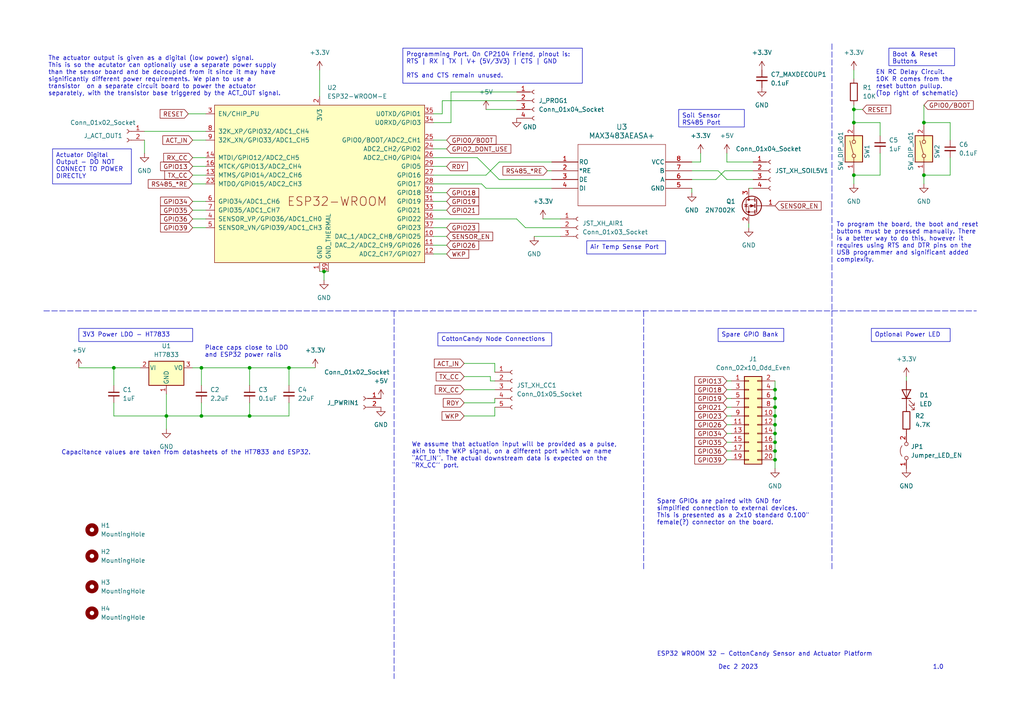
<source format=kicad_sch>
(kicad_sch (version 20230121) (generator eeschema)
  (paper "A4")
  (lib_symbols
    (symbol "Connector:Conn_01x02_Socket" (pin_names (offset 1.016) hide)
      (property "Reference" "J" (at 0 2.54 0))
      (property "Value" "Conn_01x02_Socket" (at 0 -5.08 0))
      (symbol "Conn_01x02_Socket_1_1"
        (arc (start 0 -2.032) (mid -0.5058 -2.54) (end 0 -3.048) (stroke (width 0.1524)))
        (polyline (pts (xy -1.27 -2.54) (xy -0.508 -2.54)) (stroke (width 0.1524)))
        (polyline (pts (xy -1.27 0) (xy -0.508 0)) (stroke (width 0.1524)))
        (arc (start 0 0.508) (mid -0.5058 0) (end 0 -0.508) (stroke (width 0.1524)))
        (pin passive line (at -5.08 0 0) (length 3.81) (name "Pin_1") (number "1"))
        (pin passive line (at -5.08 -2.54 0) (length 3.81) (name "Pin_2") (number "2"))
      )
    )
    (symbol "Connector:Conn_01x03_Socket" (pin_names (offset 1.016) hide)
      (property "Reference" "J" (at 0 5.08 0))
      (property "Value" "Conn_01x03_Socket" (at 0 -5.08 0))
      (symbol "Conn_01x03_Socket_1_1"
        (arc (start 0 -2.032) (mid -0.5058 -2.54) (end 0 -3.048) (stroke (width 0.1524)))
        (polyline (pts (xy -1.27 -2.54) (xy -0.508 -2.54)) (stroke (width 0.1524)))
        (polyline (pts (xy -1.27 0) (xy -0.508 0)) (stroke (width 0.1524)))
        (polyline (pts (xy -1.27 2.54) (xy -0.508 2.54)) (stroke (width 0.1524)))
        (arc (start 0 0.508) (mid -0.5058 0) (end 0 -0.508) (stroke (width 0.1524)))
        (arc (start 0 3.048) (mid -0.5058 2.54) (end 0 2.032) (stroke (width 0.1524)))
        (pin passive line (at -5.08 2.54 0) (length 3.81) (name "Pin_1") (number "1"))
        (pin passive line (at -5.08 0 0) (length 3.81) (name "Pin_2") (number "2"))
        (pin passive line (at -5.08 -2.54 0) (length 3.81) (name "Pin_3") (number "3"))
      )
    )
    (symbol "Connector:Conn_01x04_Socket" (pin_names (offset 1.016) hide)
      (property "Reference" "J" (at 0 5.08 0))
      (property "Value" "Conn_01x04_Socket" (at 0 -7.62 0))
      (symbol "Conn_01x04_Socket_1_1"
        (arc (start 0 -4.572) (mid -0.5058 -5.08) (end 0 -5.588) (stroke (width 0.1524)))
        (arc (start 0 -2.032) (mid -0.5058 -2.54) (end 0 -3.048) (stroke (width 0.1524)))
        (polyline (pts (xy -1.27 -5.08) (xy -0.508 -5.08)) (stroke (width 0.1524)))
        (polyline (pts (xy -1.27 -2.54) (xy -0.508 -2.54)) (stroke (width 0.1524)))
        (polyline (pts (xy -1.27 0) (xy -0.508 0)) (stroke (width 0.1524)))
        (polyline (pts (xy -1.27 2.54) (xy -0.508 2.54)) (stroke (width 0.1524)))
        (arc (start 0 0.508) (mid -0.5058 0) (end 0 -0.508) (stroke (width 0.1524)))
        (arc (start 0 3.048) (mid -0.5058 2.54) (end 0 2.032) (stroke (width 0.1524)))
        (pin passive line (at -5.08 2.54 0) (length 3.81) (name "Pin_1") (number "1"))
        (pin passive line (at -5.08 0 0) (length 3.81) (name "Pin_2") (number "2"))
        (pin passive line (at -5.08 -2.54 0) (length 3.81) (name "Pin_3") (number "3"))
        (pin passive line (at -5.08 -5.08 0) (length 3.81) (name "Pin_4") (number "4"))
      )
    )
    (symbol "Connector:Conn_01x05_Socket" (pin_names (offset 1.016) hide)
      (property "Reference" "J" (at 0 7.62 0))
      (property "Value" "Conn_01x05_Socket" (at 0 -7.62 0))
      (symbol "Conn_01x05_Socket_1_1"
        (arc (start 0 -4.572) (mid -0.5058 -5.08) (end 0 -5.588) (stroke (width 0.1524)))
        (arc (start 0 -2.032) (mid -0.5058 -2.54) (end 0 -3.048) (stroke (width 0.1524)))
        (polyline (pts (xy -1.27 -5.08) (xy -0.508 -5.08)) (stroke (width 0.1524)))
        (polyline (pts (xy -1.27 -2.54) (xy -0.508 -2.54)) (stroke (width 0.1524)))
        (polyline (pts (xy -1.27 0) (xy -0.508 0)) (stroke (width 0.1524)))
        (polyline (pts (xy -1.27 2.54) (xy -0.508 2.54)) (stroke (width 0.1524)))
        (polyline (pts (xy -1.27 5.08) (xy -0.508 5.08)) (stroke (width 0.1524)))
        (arc (start 0 0.508) (mid -0.5058 0) (end 0 -0.508) (stroke (width 0.1524)))
        (arc (start 0 3.048) (mid -0.5058 2.54) (end 0 2.032) (stroke (width 0.1524)))
        (arc (start 0 5.588) (mid -0.5058 5.08) (end 0 4.572) (stroke (width 0.1524)))
        (pin passive line (at -5.08 5.08 0) (length 3.81) (name "Pin_1") (number "1"))
        (pin passive line (at -5.08 2.54 0) (length 3.81) (name "Pin_2") (number "2"))
        (pin passive line (at -5.08 0 0) (length 3.81) (name "Pin_3") (number "3"))
        (pin passive line (at -5.08 -2.54 0) (length 3.81) (name "Pin_4") (number "4"))
        (pin passive line (at -5.08 -5.08 0) (length 3.81) (name "Pin_5") (number "5"))
      )
    )
    (symbol "Connector_Generic:Conn_02x10_Odd_Even" (pin_names (offset 1.016) hide)
      (property "Reference" "J" (at 1.27 12.7 0))
      (property "Value" "Conn_02x10_Odd_Even" (at 1.27 -15.24 0))
      (symbol "Conn_02x10_Odd_Even_1_1"
        (rectangle (start -1.27 -12.573) (end 0 -12.827) (stroke (width 0.1524)))
        (rectangle (start -1.27 -10.033) (end 0 -10.287) (stroke (width 0.1524)))
        (rectangle (start -1.27 -7.493) (end 0 -7.747) (stroke (width 0.1524)))
        (rectangle (start -1.27 -4.953) (end 0 -5.207) (stroke (width 0.1524)))
        (rectangle (start -1.27 -2.413) (end 0 -2.667) (stroke (width 0.1524)))
        (rectangle (start -1.27 0.127) (end 0 -0.127) (stroke (width 0.1524)))
        (rectangle (start -1.27 2.667) (end 0 2.413) (stroke (width 0.1524)))
        (rectangle (start -1.27 5.207) (end 0 4.953) (stroke (width 0.1524)))
        (rectangle (start -1.27 7.747) (end 0 7.493) (stroke (width 0.1524)))
        (rectangle (start -1.27 10.287) (end 0 10.033) (stroke (width 0.1524)))
        (rectangle (start -1.27 11.43) (end 3.81 -13.97) (stroke (width 0.254)) (fill (type background)))
        (rectangle (start 3.81 -12.573) (end 2.54 -12.827) (stroke (width 0.1524)))
        (rectangle (start 3.81 -10.033) (end 2.54 -10.287) (stroke (width 0.1524)))
        (rectangle (start 3.81 -7.493) (end 2.54 -7.747) (stroke (width 0.1524)))
        (rectangle (start 3.81 -4.953) (end 2.54 -5.207) (stroke (width 0.1524)))
        (rectangle (start 3.81 -2.413) (end 2.54 -2.667) (stroke (width 0.1524)))
        (rectangle (start 3.81 0.127) (end 2.54 -0.127) (stroke (width 0.1524)))
        (rectangle (start 3.81 2.667) (end 2.54 2.413) (stroke (width 0.1524)))
        (rectangle (start 3.81 5.207) (end 2.54 4.953) (stroke (width 0.1524)))
        (rectangle (start 3.81 7.747) (end 2.54 7.493) (stroke (width 0.1524)))
        (rectangle (start 3.81 10.287) (end 2.54 10.033) (stroke (width 0.1524)))
        (pin passive line (at -5.08 10.16 0) (length 3.81) (name "Pin_1") (number "1"))
        (pin passive line (at 7.62 0 180) (length 3.81) (name "Pin_10") (number "10"))
        (pin passive line (at -5.08 -2.54 0) (length 3.81) (name "Pin_11") (number "11"))
        (pin passive line (at 7.62 -2.54 180) (length 3.81) (name "Pin_12") (number "12"))
        (pin passive line (at -5.08 -5.08 0) (length 3.81) (name "Pin_13") (number "13"))
        (pin passive line (at 7.62 -5.08 180) (length 3.81) (name "Pin_14") (number "14"))
        (pin passive line (at -5.08 -7.62 0) (length 3.81) (name "Pin_15") (number "15"))
        (pin passive line (at 7.62 -7.62 180) (length 3.81) (name "Pin_16") (number "16"))
        (pin passive line (at -5.08 -10.16 0) (length 3.81) (name "Pin_17") (number "17"))
        (pin passive line (at 7.62 -10.16 180) (length 3.81) (name "Pin_18") (number "18"))
        (pin passive line (at -5.08 -12.7 0) (length 3.81) (name "Pin_19") (number "19"))
        (pin passive line (at 7.62 10.16 180) (length 3.81) (name "Pin_2") (number "2"))
        (pin passive line (at 7.62 -12.7 180) (length 3.81) (name "Pin_20") (number "20"))
        (pin passive line (at -5.08 7.62 0) (length 3.81) (name "Pin_3") (number "3"))
        (pin passive line (at 7.62 7.62 180) (length 3.81) (name "Pin_4") (number "4"))
        (pin passive line (at -5.08 5.08 0) (length 3.81) (name "Pin_5") (number "5"))
        (pin passive line (at 7.62 5.08 180) (length 3.81) (name "Pin_6") (number "6"))
        (pin passive line (at -5.08 2.54 0) (length 3.81) (name "Pin_7") (number "7"))
        (pin passive line (at 7.62 2.54 180) (length 3.81) (name "Pin_8") (number "8"))
        (pin passive line (at -5.08 0 0) (length 3.81) (name "Pin_9") (number "9"))
      )
    )
    (symbol "Device:C_Small" (pin_numbers hide) (pin_names (offset 0.254) hide)
      (property "Reference" "C" (at 0.254 1.778 0))
      (property "Value" "C_Small" (at 0.254 -2.032 0))
      (symbol "C_Small_0_1"
        (polyline (pts (xy -1.524 -0.508) (xy 1.524 -0.508)) (stroke (width 0.3302)))
        (polyline (pts (xy -1.524 0.508) (xy 1.524 0.508)) (stroke (width 0.3048)))
      )
      (symbol "C_Small_1_1"
        (pin passive line (at 0 2.54 270) (length 2.032) (name "~") (number "1"))
        (pin passive line (at 0 -2.54 90) (length 2.032) (name "~") (number "2"))
      )
    )
    (symbol "Device:LED" (pin_numbers hide) (pin_names (offset 1.016) hide)
      (property "Reference" "D" (at 0 2.54 0))
      (property "Value" "LED" (at 0 -2.54 0))
      (symbol "LED_0_1"
        (polyline (pts (xy -1.27 -1.27) (xy -1.27 1.27)) (stroke (width 0.254)))
        (polyline (pts (xy -1.27 0) (xy 1.27 0)))
        (polyline (pts (xy 1.27 -1.27) (xy 1.27 1.27) (xy -1.27 0) (xy 1.27 -1.27)) (stroke (width 0.254)))
        (polyline (pts (xy -3.048 -0.762) (xy -4.572 -2.286) (xy -3.81 -2.286) (xy -4.572 -2.286) (xy -4.572 -1.524)))
        (polyline (pts (xy -1.778 -0.762) (xy -3.302 -2.286) (xy -2.54 -2.286) (xy -3.302 -2.286) (xy -3.302 -1.524)))
      )
      (symbol "LED_1_1"
        (pin passive line (at -3.81 0 0) (length 2.54) (name "K") (number "1"))
        (pin passive line (at 3.81 0 180) (length 2.54) (name "A") (number "2"))
      )
    )
    (symbol "Device:R" (pin_numbers hide) (pin_names (offset 0))
      (property "Reference" "R" (at 2.032 0 90))
      (property "Value" "R" (at 0 0 90))
      (symbol "R_0_1"
        (rectangle (start -1.016 -2.54) (end 1.016 2.54) (stroke (width 0.254)))
      )
      (symbol "R_1_1"
        (pin passive line (at 0 3.81 270) (length 1.27) (name "~") (number "1"))
        (pin passive line (at 0 -3.81 90) (length 1.27) (name "~") (number "2"))
      )
    )
    (symbol "Jumper:Jumper_2_Open" (pin_names (offset 0) hide)
      (property "Reference" "JP" (at 0 2.794 0))
      (property "Value" "Jumper_2_Open" (at 0 -2.286 0))
      (symbol "Jumper_2_Open_0_0"
        (circle (center -2.032 0) (radius 0.508))
        (circle (center 2.032 0) (radius 0.508))
      )
      (symbol "Jumper_2_Open_0_1"
        (arc (start 1.524 1.27) (mid 0 1.778) (end -1.524 1.27))
      )
      (symbol "Jumper_2_Open_1_1"
        (pin passive line (at -5.08 0 0) (length 2.54) (name "A") (number "1"))
        (pin passive line (at 5.08 0 180) (length 2.54) (name "B") (number "2"))
      )
    )
    (symbol "MAX3483:MAX3483AEASA+" (pin_names (offset 0.254))
      (property "Reference" "U" (at 20.32 10.16 0))
      (property "Value" "MAX3483AEASA+" (at 20.32 7.62 0))
      (symbol "MAX3483AEASA+_0_1"
        (polyline (pts (xy 7.62 -12.7) (xy 33.02 -12.7)) (stroke (width 0.127)))
        (polyline (pts (xy 7.62 5.08) (xy 7.62 -12.7)) (stroke (width 0.127)))
        (polyline (pts (xy 33.02 -12.7) (xy 33.02 5.08)) (stroke (width 0.127)))
        (polyline (pts (xy 33.02 5.08) (xy 7.62 5.08)) (stroke (width 0.127)))
        (pin unspecified line (at 0 0 0) (length 7.62) (name "RO") (number "1"))
        (pin unspecified line (at 0 -2.54 0) (length 7.62) (name "*RE") (number "2"))
        (pin unspecified line (at 0 -5.08 0) (length 7.62) (name "DE") (number "3"))
        (pin unspecified line (at 0 -7.62 0) (length 7.62) (name "DI") (number "4"))
        (pin power_out line (at 40.64 -7.62 180) (length 7.62) (name "GND") (number "5"))
        (pin unspecified line (at 40.64 -5.08 180) (length 7.62) (name "A") (number "6"))
        (pin unspecified line (at 40.64 -2.54 180) (length 7.62) (name "B") (number "7"))
        (pin power_in line (at 40.64 0 180) (length 7.62) (name "VCC") (number "8"))
      )
    )
    (symbol "Mechanical:MountingHole" (pin_names (offset 1.016))
      (property "Reference" "H" (at 0 5.08 0))
      (property "Value" "MountingHole" (at 0 3.175 0))
      (symbol "MountingHole_0_1"
        (circle (center 0 0) (radius 1.27) (stroke (width 1.27)))
      )
    )
    (symbol "PCM_Espressif:ESP32-WROOM-E" (pin_names (offset 1.016))
      (property "Reference" "U" (at -30.48 27.94 0))
      (property "Value" "ESP32-WROOM-E" (at -30.48 25.4 0))
      (symbol "ESP32-WROOM-E_0_1"
        (rectangle (start -30.48 22.86) (end 30.48 -22.86) (fill (type background)))
      )
      (symbol "ESP32-WROOM-E_1_1"
        (text "ESP32-­WROOM­" (at 5.08 -5.08 0) (effects (font (size 2.54 2.54))))
        (pin power_in line (at 0 -25.4 90) (length 2.54) (name "GND") (number "1"))
        (pin bidirectional line (at 33.02 -15.24 180) (length 2.54) (name "DAC_1/ADC2_CH8/GPIO25") (number "10"))
        (pin bidirectional line (at 33.02 -17.78 180) (length 2.54) (name "DAC_2/ADC2_CH9/GPIO26") (number "11"))
        (pin bidirectional line (at 33.02 -20.32 180) (length 2.54) (name "ADC2_CH7/GPIO27") (number "12"))
        (pin bidirectional line (at -33.02 2.54 0) (length 2.54) (name "MTMS/GPIO14/ADC2_CH6") (number "13"))
        (pin bidirectional line (at -33.02 7.62 0) (length 2.54) (name "MTDI/GPIO12/ADC2_CH5") (number "14"))
        (pin passive line (at 0 -25.4 90) (length 2.54) hide (name "GND") (number "15"))
        (pin bidirectional line (at -33.02 5.08 0) (length 2.54) (name "MTCK/GPIO13/ADC2_CH4") (number "16"))
        (pin power_in line (at 0 25.4 270) (length 2.54) (name "3V3") (number "2"))
        (pin bidirectional line (at -33.02 0 0) (length 2.54) (name "MTDO/GPIO15/ADC2_CH3") (number "23"))
        (pin bidirectional line (at 33.02 10.16 180) (length 2.54) (name "ADC2_CH2/GPIO2") (number "24"))
        (pin bidirectional line (at 33.02 12.7 180) (length 2.54) (name "GPIO0/BOOT/ADC2_CH1") (number "25"))
        (pin bidirectional line (at 33.02 7.62 180) (length 2.54) (name "ADC2_CH0/GPIO4") (number "26"))
        (pin bidirectional line (at 33.02 2.54 180) (length 2.54) (name "GPIO16") (number "27"))
        (pin bidirectional line (at 33.02 0 180) (length 2.54) (name "GPIO17") (number "28"))
        (pin bidirectional line (at 33.02 5.08 180) (length 2.54) (name "GPIO5") (number "29"))
        (pin input line (at -33.02 20.32 0) (length 2.54) (name "EN/CHIP_PU") (number "3"))
        (pin bidirectional line (at 33.02 -2.54 180) (length 2.54) (name "GPIO18") (number "30"))
        (pin bidirectional line (at 33.02 -5.08 180) (length 2.54) (name "GPIO19") (number "31"))
        (pin bidirectional line (at 33.02 -7.62 180) (length 2.54) (name "GPIO21") (number "33"))
        (pin bidirectional line (at 33.02 17.78 180) (length 2.54) (name "U0RXD/GPIO3") (number "34"))
        (pin bidirectional line (at 33.02 20.32 180) (length 2.54) (name "U0TXD/GPIO1") (number "35"))
        (pin bidirectional line (at 33.02 -10.16 180) (length 2.54) (name "GPIO22") (number "36"))
        (pin bidirectional line (at 33.02 -12.7 180) (length 2.54) (name "GPIO23") (number "37"))
        (pin passive line (at 0 -25.4 90) (length 2.54) hide (name "GND") (number "38"))
        (pin power_in line (at 2.54 -25.4 90) (length 2.54) (name "GND_THERMAL") (number "39"))
        (pin input line (at -33.02 -10.16 0) (length 2.54) (name "SENSOR_VP/GPIO36/ADC1_CH0") (number "4"))
        (pin input line (at -33.02 -12.7 0) (length 2.54) (name "SENSOR_VN/GPIO39/ADC1_CH3") (number "5"))
        (pin input line (at -33.02 -5.08 0) (length 2.54) (name "GPIO34/ADC1_CH6") (number "6"))
        (pin input line (at -33.02 -7.62 0) (length 2.54) (name "GPIO35/ADC1_CH7") (number "7"))
        (pin bidirectional line (at -33.02 15.24 0) (length 2.54) (name "32K_XP/GPIO32/ADC1_CH4") (number "8"))
        (pin bidirectional line (at -33.02 12.7 0) (length 2.54) (name "32K_XN/GPIO33/ADC1_CH5") (number "9"))
      )
    )
    (symbol "Regulator_Linear:AP2127R-3.3" (pin_names (offset 0.254))
      (property "Reference" "U" (at -3.81 3.175 0))
      (property "Value" "AP2127R-3.3" (at 0 3.175 0))
      (symbol "AP2127R-3.3_0_1"
        (rectangle (start -5.08 -5.08) (end 5.08 1.905) (stroke (width 0.254)) (fill (type background)))
      )
      (symbol "AP2127R-3.3_1_1"
        (pin power_in line (at 0 -7.62 90) (length 2.54) (name "GND") (number "1"))
        (pin power_in line (at -7.62 0 0) (length 2.54) (name "VI") (number "2"))
        (pin power_out line (at 7.62 0 180) (length 2.54) (name "VO") (number "3"))
      )
    )
    (symbol "Switch:SW_DIP_x01" (pin_names (offset 0) hide)
      (property "Reference" "SW" (at 0 3.81 0))
      (property "Value" "SW_DIP_x01" (at 0 -3.81 0))
      (symbol "SW_DIP_x01_0_0"
        (circle (center -2.032 0) (radius 0.508))
        (polyline (pts (xy -1.524 0.127) (xy 2.3622 1.1684)))
        (circle (center 2.032 0) (radius 0.508))
      )
      (symbol "SW_DIP_x01_0_1"
        (rectangle (start -3.81 2.54) (end 3.81 -2.54) (stroke (width 0.254)) (fill (type background)))
      )
      (symbol "SW_DIP_x01_1_1"
        (pin passive line (at -7.62 0 0) (length 5.08) (name "~") (number "1"))
        (pin passive line (at 7.62 0 180) (length 5.08) (name "~") (number "2"))
      )
    )
    (symbol "Transistor_FET:2N7002K" (pin_names hide)
      (property "Reference" "Q" (at 5.08 1.905 0))
      (property "Value" "2N7002K" (at 5.08 0 0))
      (symbol "2N7002K_0_1"
        (polyline (pts (xy 0.254 0) (xy -2.54 0)))
        (polyline (pts (xy 0.254 1.905) (xy 0.254 -1.905)) (stroke (width 0.254)))
        (polyline (pts (xy 0.762 -1.27) (xy 0.762 -2.286)) (stroke (width 0.254)))
        (polyline (pts (xy 0.762 0.508) (xy 0.762 -0.508)) (stroke (width 0.254)))
        (polyline (pts (xy 0.762 2.286) (xy 0.762 1.27)) (stroke (width 0.254)))
        (polyline (pts (xy 2.54 2.54) (xy 2.54 1.778)))
        (polyline (pts (xy 2.54 -2.54) (xy 2.54 0) (xy 0.762 0)))
        (polyline (pts (xy 0.762 -1.778) (xy 3.302 -1.778) (xy 3.302 1.778) (xy 0.762 1.778)))
        (polyline (pts (xy 1.016 0) (xy 2.032 0.381) (xy 2.032 -0.381) (xy 1.016 0)) (fill (type outline)))
        (polyline (pts (xy 2.794 0.508) (xy 2.921 0.381) (xy 3.683 0.381) (xy 3.81 0.254)))
        (polyline (pts (xy 3.302 0.381) (xy 2.921 -0.254) (xy 3.683 -0.254) (xy 3.302 0.381)))
        (circle (center 1.651 0) (radius 2.794) (stroke (width 0.254)))
        (circle (center 2.54 -1.778) (radius 0.254) (fill (type outline)))
        (circle (center 2.54 1.778) (radius 0.254) (fill (type outline)))
      )
      (symbol "2N7002K_1_1"
        (pin input line (at -5.08 0 0) (length 2.54) (name "G") (number "1"))
        (pin passive line (at 2.54 -5.08 90) (length 2.54) (name "S") (number "2"))
        (pin passive line (at 2.54 5.08 270) (length 2.54) (name "D") (number "3"))
      )
    )
    (symbol "power:+3.3V" (power) (pin_names (offset 0))
      (property "Value" "+3.3V" (at 0 3.556 0))
      (symbol "+3.3V_0_1"
        (polyline (pts (xy -0.762 1.27) (xy 0 2.54)))
        (polyline (pts (xy 0 0) (xy 0 2.54)))
        (polyline (pts (xy 0 2.54) (xy 0.762 1.27)))
      )
      (symbol "+3.3V_1_1"
        (pin power_in line (at 0 0 90) (length 0) hide (name "+3.3V") (number "1"))
      )
    )
    (symbol "power:+5V" (power) (pin_names (offset 0))
      (property "Value" "+5V" (at 0 3.556 0))
      (symbol "+5V_0_1"
        (polyline (pts (xy -0.762 1.27) (xy 0 2.54)))
        (polyline (pts (xy 0 0) (xy 0 2.54)))
        (polyline (pts (xy 0 2.54) (xy 0.762 1.27)))
      )
      (symbol "+5V_1_1"
        (pin power_in line (at 0 0 90) (length 0) hide (name "+5V") (number "1"))
      )
    )
    (symbol "power:GND" (power) (pin_names (offset 0))
      (property "Value" "GND" (at 0 -3.81 0))
      (symbol "GND_0_1"
        (polyline (pts (xy 0 0) (xy 0 -1.27) (xy 1.27 -1.27) (xy 0 -2.54) (xy -1.27 -1.27) (xy 0 -1.27)))
      )
      (symbol "GND_1_1"
        (pin power_in line (at 0 0 270) (length 0) hide (name "GND") (number "1"))
      )
    )
  )
  (junction (at 224.79 123.19))
  (junction (at 247.65 31.75))
  (junction (at 224.79 133.35))
  (junction (at 83.82 106.68))
  (junction (at 33.02 106.68))
  (junction (at 224.79 115.57))
  (junction (at 58.42 120.65))
  (junction (at 72.39 106.68))
  (junction (at 224.79 120.65))
  (junction (at 224.79 128.27))
  (junction (at 224.79 113.03))
  (junction (at 72.39 120.65))
  (junction (at 224.79 125.73))
  (junction (at 267.97 35.56))
  (junction (at 267.97 50.8))
  (junction (at 48.26 120.65))
  (junction (at 247.65 35.56))
  (junction (at 93.98 78.74))
  (junction (at 58.42 106.68))
  (junction (at 224.79 118.11))
  (junction (at 224.79 130.81))
  (junction (at 247.65 50.8))
  (wire (pts (xy 83.82 120.65) (xy 72.39 120.65)))
  (wire (pts (xy 125.73 71.12) (xy 129.54 71.12)))
  (wire (pts (xy 130.81 26.67) (xy 130.81 35.56)))
  (wire (pts (xy 129.54 43.18) (xy 125.73 43.18)))
  (wire (pts (xy 58.42 106.68) (xy 55.88 106.68)))
  (wire (pts (xy 224.79 123.19) (xy 224.79 125.73)))
  (wire (pts (xy 267.97 50.8) (xy 275.59 50.8)))
  (wire (pts (xy 224.79 118.11) (xy 224.79 120.65)))
  (wire (pts (xy 217.17 54.61) (xy 218.44 54.61)))
  (wire (pts (xy 125.73 45.72) (xy 138.43 45.72)))
  (wire (pts (xy 129.54 40.64) (xy 125.73 40.64)))
  (wire (pts (xy 48.26 120.65) (xy 58.42 120.65)))
  (wire (pts (xy 55.88 50.8) (xy 59.69 50.8)))
  (wire (pts (xy 224.79 125.73) (xy 224.79 128.27)))
  (wire (pts (xy 142.24 109.22) (xy 142.24 110.49)))
  (wire (pts (xy 210.82 44.45) (xy 210.82 46.99)))
  (wire (pts (xy 200.66 49.53) (xy 208.28 49.53)))
  (wire (pts (xy 224.79 115.57) (xy 224.79 118.11)))
  (wire (pts (xy 152.4 66.04) (xy 162.56 66.04)))
  (wire (pts (xy 224.79 110.49) (xy 224.79 113.03)))
  (wire (pts (xy 138.43 45.72) (xy 144.78 52.07)))
  (wire (pts (xy 140.97 50.8) (xy 144.78 46.99)))
  (wire (pts (xy 134.62 116.84) (xy 143.51 116.84)))
  (wire (pts (xy 125.73 58.42) (xy 129.54 58.42)))
  (wire (pts (xy 134.62 105.41) (xy 143.51 105.41)))
  (wire (pts (xy 210.82 113.03) (xy 212.09 113.03)))
  (wire (pts (xy 158.75 49.53) (xy 160.02 49.53)))
  (polyline (pts (xy 241.3 12.7) (xy 241.3 90.17)) (stroke (width 0) (type dash)))
  (wire (pts (xy 143.51 105.41) (xy 143.51 107.95)))
  (wire (pts (xy 210.82 120.65) (xy 212.09 120.65)))
  (wire (pts (xy 92.71 78.74) (xy 93.98 78.74)))
  (wire (pts (xy 267.97 35.56) (xy 275.59 35.56)))
  (wire (pts (xy 130.81 26.67) (xy 149.86 26.67)))
  (wire (pts (xy 200.66 52.07) (xy 207.645 52.07)))
  (wire (pts (xy 224.79 133.35) (xy 224.79 135.89)))
  (wire (pts (xy 125.73 50.8) (xy 140.97 50.8)))
  (wire (pts (xy 275.59 35.56) (xy 275.59 40.64)))
  (wire (pts (xy 128.27 29.21) (xy 149.86 29.21)))
  (wire (pts (xy 83.82 106.68) (xy 72.39 106.68)))
  (wire (pts (xy 125.73 48.26) (xy 129.54 48.26)))
  (wire (pts (xy 22.86 106.68) (xy 33.02 106.68)))
  (wire (pts (xy 134.62 109.22) (xy 142.24 109.22)))
  (wire (pts (xy 212.09 123.19) (xy 210.82 123.19)))
  (wire (pts (xy 83.82 106.68) (xy 91.44 106.68)))
  (wire (pts (xy 140.97 31.75) (xy 149.86 31.75)))
  (wire (pts (xy 83.82 116.84) (xy 83.82 120.65)))
  (wire (pts (xy 224.79 113.03) (xy 224.79 115.57)))
  (wire (pts (xy 125.73 66.04) (xy 129.54 66.04)))
  (wire (pts (xy 125.73 63.5) (xy 149.86 63.5)))
  (wire (pts (xy 255.27 44.45) (xy 255.27 50.8)))
  (wire (pts (xy 55.88 45.72) (xy 59.69 45.72)))
  (wire (pts (xy 143.51 116.84) (xy 143.51 115.57)))
  (wire (pts (xy 129.54 55.88) (xy 125.73 55.88)))
  (wire (pts (xy 55.88 60.96) (xy 59.69 60.96)))
  (wire (pts (xy 200.66 55.88) (xy 200.66 54.61)))
  (wire (pts (xy 154.94 68.58) (xy 162.56 68.58)))
  (wire (pts (xy 275.59 45.72) (xy 275.59 50.8)))
  (wire (pts (xy 55.88 48.26) (xy 59.69 48.26)))
  (wire (pts (xy 255.27 35.56) (xy 255.27 39.37)))
  (wire (pts (xy 143.51 120.65) (xy 143.51 118.11)))
  (wire (pts (xy 125.73 35.56) (xy 130.81 35.56)))
  (wire (pts (xy 58.42 120.65) (xy 58.42 116.84)))
  (wire (pts (xy 247.65 31.75) (xy 247.65 35.56)))
  (wire (pts (xy 247.65 31.75) (xy 250.19 31.75)))
  (wire (pts (xy 140.97 54.61) (xy 139.7 53.34)))
  (wire (pts (xy 247.65 30.48) (xy 247.65 31.75)))
  (wire (pts (xy 247.65 20.32) (xy 247.65 22.86)))
  (wire (pts (xy 210.82 52.07) (xy 218.44 52.07)))
  (wire (pts (xy 134.62 120.65) (xy 143.51 120.65)))
  (wire (pts (xy 142.24 110.49) (xy 143.51 110.49)))
  (wire (pts (xy 128.27 33.02) (xy 128.27 29.21)))
  (polyline (pts (xy 12.7 90.17) (xy 283.21 90.17)) (stroke (width 0) (type dash)))
  (wire (pts (xy 210.82 46.99) (xy 218.44 46.99)))
  (wire (pts (xy 33.02 106.68) (xy 40.64 106.68)))
  (wire (pts (xy 48.26 124.46) (xy 48.26 120.65)))
  (wire (pts (xy 55.88 40.64) (xy 59.69 40.64)))
  (wire (pts (xy 125.73 53.34) (xy 139.7 53.34)))
  (wire (pts (xy 125.73 68.58) (xy 129.54 68.58)))
  (wire (pts (xy 224.79 120.65) (xy 224.79 123.19)))
  (wire (pts (xy 149.86 63.5) (xy 152.4 66.04)))
  (wire (pts (xy 140.97 54.61) (xy 160.02 54.61)))
  (wire (pts (xy 33.02 120.65) (xy 48.26 120.65)))
  (wire (pts (xy 208.28 49.53) (xy 210.82 52.07)))
  (wire (pts (xy 134.62 113.03) (xy 143.51 113.03)))
  (wire (pts (xy 48.26 120.65) (xy 48.26 114.3)))
  (wire (pts (xy 267.97 50.8) (xy 267.97 53.34)))
  (wire (pts (xy 125.73 60.96) (xy 129.54 60.96)))
  (wire (pts (xy 72.39 120.65) (xy 58.42 120.65)))
  (wire (pts (xy 33.02 116.84) (xy 33.02 120.65)))
  (wire (pts (xy 55.88 58.42) (xy 59.69 58.42)))
  (wire (pts (xy 224.79 128.27) (xy 224.79 130.81)))
  (wire (pts (xy 41.91 44.45) (xy 41.91 40.64)))
  (wire (pts (xy 125.73 73.66) (xy 129.54 73.66)))
  (wire (pts (xy 210.82 115.57) (xy 212.09 115.57)))
  (wire (pts (xy 247.65 50.8) (xy 255.27 50.8)))
  (wire (pts (xy 247.65 50.8) (xy 247.65 53.34)))
  (polyline (pts (xy 114.3 90.17) (xy 114.3 196.85)) (stroke (width 0) (type dash)))
  (wire (pts (xy 125.73 33.02) (xy 128.27 33.02)))
  (wire (pts (xy 144.78 52.07) (xy 160.02 52.07)))
  (wire (pts (xy 262.89 109.22) (xy 262.89 110.49)))
  (wire (pts (xy 212.09 130.81) (xy 210.82 130.81)))
  (wire (pts (xy 267.97 30.48) (xy 267.97 35.56)))
  (wire (pts (xy 210.82 110.49) (xy 212.09 110.49)))
  (wire (pts (xy 210.82 118.11) (xy 212.09 118.11)))
  (wire (pts (xy 72.39 116.84) (xy 72.39 120.65)))
  (wire (pts (xy 93.98 78.74) (xy 93.98 81.28)))
  (wire (pts (xy 58.42 106.68) (xy 58.42 111.76)))
  (wire (pts (xy 212.09 125.73) (xy 210.82 125.73)))
  (wire (pts (xy 83.82 111.76) (xy 83.82 106.68)))
  (wire (pts (xy 247.65 35.56) (xy 255.27 35.56)))
  (wire (pts (xy 144.78 46.99) (xy 160.02 46.99)))
  (polyline (pts (xy 186.69 90.17) (xy 186.69 165.1)) (stroke (width 0) (type dash)))
  (wire (pts (xy 93.98 78.74) (xy 95.25 78.74)))
  (wire (pts (xy 212.09 133.35) (xy 210.82 133.35)))
  (wire (pts (xy 55.88 63.5) (xy 59.69 63.5)))
  (wire (pts (xy 72.39 106.68) (xy 58.42 106.68)))
  (polyline (pts (xy 241.3 90.17) (xy 241.3 165.1)) (stroke (width 0) (type dash)))
  (wire (pts (xy 212.09 128.27) (xy 210.82 128.27)))
  (wire (pts (xy 157.48 63.5) (xy 162.56 63.5)))
  (wire (pts (xy 33.02 111.76) (xy 33.02 106.68)))
  (wire (pts (xy 218.44 49.53) (xy 210.185 49.53)))
  (wire (pts (xy 92.71 20.32) (xy 92.71 27.94)))
  (wire (pts (xy 72.39 106.68) (xy 72.39 111.76)))
  (wire (pts (xy 55.88 66.04) (xy 59.69 66.04)))
  (wire (pts (xy 217.17 64.77) (xy 217.17 66.04)))
  (wire (pts (xy 200.66 46.99) (xy 203.2 46.99)))
  (wire (pts (xy 224.79 130.81) (xy 224.79 133.35)))
  (wire (pts (xy 55.88 53.34) (xy 59.69 53.34)))
  (wire (pts (xy 41.91 38.1) (xy 59.69 38.1)))
  (wire (pts (xy 210.185 49.53) (xy 207.645 52.07)))
  (wire (pts (xy 203.2 44.45) (xy 203.2 46.99)))
  (wire (pts (xy 54.61 33.02) (xy 59.69 33.02)))
  (text_box "Boot & Reset Buttons\n" (at 257.81 13.97 0) (size 19.05 5.08) (effects (font (size 1.27 1.27)) (justify left top)))
  (text_box "3V3 Power LDO - HT7833" (at 22.86 95.25 0) (size 33.02 3.81) (effects (font (size 1.27 1.27)) (justify left top)))
  (text_box "Place caps close to LDO and ESP32 power rails\n" (at 58.42 99.06 0) (size 27.94 5.08) (stroke (width -0.0001)) (effects (font (size 1.27 1.27)) (justify left top)))
  (text_box "Optional Power LED" (at 252.73 95.25 0) (size 22.86 3.81) (effects (font (size 1.27 1.27)) (justify left top)))
  (text_box "Programming Port. On CP2104 Friend, pinout is:\nRTS | RX | TX | V+ (5V/3V3) | CTS | GND\n\nRTS and CTS remain unused." (at 116.84 13.97 0) (size 52.07 10.16) (effects (font (size 1.27 1.27)) (justify left top)))
  (text_box "Air Temp Sense Port" (at 170.18 69.85 0) (size 22.86 3.81) (effects (font (size 1.27 1.27)) (justify left top)))
  (text_box "Soil Sensor RS485 Port" (at 196.85 31.75 0) (size 19.05 5.08) (effects (font (size 1.27 1.27)) (justify left top)))
  (text_box "Actuator Digital Output - DO NOT CONNECT TO POWER DIRECTLY" (at 15.24 43.18 0) (size 22.86 10.16) (effects (font (size 1.27 1.27)) (justify left top)))
  (text_box "CottonCandy Node Connections\n" (at 127 96.52 0) (size 33.02 3.81) (effects (font (size 1.27 1.27)) (justify left top)))
  (text_box "Spare GPIO Bank" (at 208.28 95.25 0) (size 19.05 3.81) (effects (font (size 1.27 1.27)) (justify left top)))
  (text "We assume that actuation input will be provided as a pulse, \nakin to the WKP signal, on a different port which we name \n``ACT_IN''. The actual downstream data is expected on the \n``RX_CC'' port." (at 119.38 135.89 0) (effects (font (size 1.27 1.27)) (justify left bottom)))
  (text "To program the board, the boot and reset \nbuttons must be pressed manually. There \nis a better way to do this, however it \nrequires using RTS and DTR pins on the \nUSB programmer and significant added \ncomplexity." (at 242.57 76.2 0) (effects (font (size 1.27 1.27)) (justify left bottom)))
  (text "Capacitance values are taken from datasheets of the HT7833 and ESP32." (at 17.78 132.08 0) (effects (font (size 1.27 1.27)) (justify left bottom)))
  (text "Dec 2 2023" (at 208.28 194.31 0) (effects (font (size 1.27 1.27)) (justify left bottom)))
  (text "Spare GPIOs are paired with GND for \nsimplified connection to external devices. \nThis is presented as a 2x10 standard 0.100\"\nfemale(?) connector on the board. " (at 190.5 152.4 0) (effects (font (size 1.27 1.27)) (justify left bottom)))
  (text "EN RC Delay Circuit.\n10K R comes from the \nreset button pullup.\n(Top right of schematic)" (at 254 27.94 0) (effects (font (size 1.27 1.27)) (justify left bottom)))
  (text "1.0" (at 270.51 194.31 0) (effects (font (size 1.27 1.27)) (justify left bottom)))
  (text "ESP32 WROOM 32 - CottonCandy Sensor and Actuator Platform" (at 190.5 190.5 0) (effects (font (size 1.27 1.27)) (justify left bottom)))
  (text "The actuator output is given as a digital (low power) signal.\nThis is so the acutator can optionally use a separate power supply\nthan the sensor board and be decoupled from it since it may have \nsignificantly different power requirements. We plan to use a \ntransistor  on a separate circuit board to power the actuator \nseparately, with the transistor base triggered by the ACT_OUT signal." (at 13.97 27.94 0) (effects (font (size 1.27 1.27)) (justify left bottom)))
  (global_label "GPIO23" (shape input) (at 129.54 66.04 0) (property "Intersheetrefs" "${INTERSHEET_REFS}" (effects hide)))
  (global_label "GPIO18" (shape input) (at 129.54 55.88 0) (property "Intersheetrefs" "${INTERSHEET_REFS}" (effects hide)))
  (global_label "SENSOR_EN" (shape input) (at 224.79 59.69 0) (property "Intersheetrefs" "${INTERSHEET_REFS}" (effects hide)))
  (global_label "GPIO2_DONT_USE" (shape input) (at 129.54 43.18 0) (property "Intersheetrefs" "${INTERSHEET_REFS}" (effects hide)))
  (global_label "RX_CC" (shape input) (at 134.62 113.03 180) (property "Intersheetrefs" "${INTERSHEET_REFS}" (effects hide)))
  (global_label "ACT_IN" (shape input) (at 134.62 105.41 180) (property "Intersheetrefs" "${INTERSHEET_REFS}" (effects hide)))
  (global_label "GPIO26" (shape input) (at 210.82 123.19 180) (property "Intersheetrefs" "${INTERSHEET_REFS}" (effects hide)))
  (global_label "GPIO0{slash}BOOT" (shape input) (at 267.97 30.48 0) (property "Intersheetrefs" "${INTERSHEET_REFS}" (effects hide)))
  (global_label "RDY" (shape input) (at 134.62 116.84 180) (property "Intersheetrefs" "${INTERSHEET_REFS}" (effects hide)))
  (global_label "GPIO0{slash}BOOT" (shape input) (at 129.54 40.64 0) (property "Intersheetrefs" "${INTERSHEET_REFS}" (effects hide)))
  (global_label "GPIO26" (shape input) (at 129.54 71.12 0) (property "Intersheetrefs" "${INTERSHEET_REFS}" (effects hide)))
  (global_label "GPIO39" (shape input) (at 210.82 133.35 180) (property "Intersheetrefs" "${INTERSHEET_REFS}" (effects hide)))
  (global_label "RDY" (shape input) (at 129.54 48.26 0) (property "Intersheetrefs" "${INTERSHEET_REFS}" (effects hide)))
  (global_label "GPIO35" (shape input) (at 210.82 128.27 180) (property "Intersheetrefs" "${INTERSHEET_REFS}" (effects hide)))
  (global_label "RESET" (shape input) (at 250.19 31.75 0) (property "Intersheetrefs" "${INTERSHEET_REFS}" (effects hide)))
  (global_label "GPIO19" (shape input) (at 210.82 115.57 180) (property "Intersheetrefs" "${INTERSHEET_REFS}" (effects hide)))
  (global_label "RS485_*RE" (shape input) (at 158.75 49.53 180) (property "Intersheetrefs" "${INTERSHEET_REFS}" (effects hide)))
  (global_label "RX_CC" (shape input) (at 55.88 45.72 180) (property "Intersheetrefs" "${INTERSHEET_REFS}" (effects hide)))
  (global_label "GPIO36" (shape input) (at 210.82 130.81 180) (property "Intersheetrefs" "${INTERSHEET_REFS}" (effects hide)))
  (global_label "GPIO21" (shape input) (at 210.82 118.11 180) (property "Intersheetrefs" "${INTERSHEET_REFS}" (effects hide)))
  (global_label "GPIO35" (shape input) (at 55.88 60.96 180) (property "Intersheetrefs" "${INTERSHEET_REFS}" (effects hide)))
  (global_label "GPIO34" (shape input) (at 210.82 125.73 180) (property "Intersheetrefs" "${INTERSHEET_REFS}" (effects hide)))
  (global_label "GPIO39" (shape input) (at 55.88 66.04 180) (property "Intersheetrefs" "${INTERSHEET_REFS}" (effects hide)))
  (global_label "GPIO19" (shape input) (at 129.54 58.42 0) (property "Intersheetrefs" "${INTERSHEET_REFS}" (effects hide)))
  (global_label "RS485_*RE" (shape input) (at 55.88 53.34 180) (property "Intersheetrefs" "${INTERSHEET_REFS}" (effects hide)))
  (global_label "TX_CC" (shape input) (at 134.62 109.22 180) (property "Intersheetrefs" "${INTERSHEET_REFS}" (effects hide)))
  (global_label "GPIO23" (shape input) (at 210.82 120.65 180) (property "Intersheetrefs" "${INTERSHEET_REFS}" (effects hide)))
  (global_label "GPIO21" (shape input) (at 129.54 60.96 0) (property "Intersheetrefs" "${INTERSHEET_REFS}" (effects hide)))
  (global_label "GPIO13" (shape input) (at 55.88 48.26 180) (property "Intersheetrefs" "${INTERSHEET_REFS}" (effects hide)))
  (global_label "WKP" (shape input) (at 129.54 73.66 0) (property "Intersheetrefs" "${INTERSHEET_REFS}" (effects hide)))
  (global_label "GPIO36" (shape input) (at 55.88 63.5 180) (property "Intersheetrefs" "${INTERSHEET_REFS}" (effects hide)))
  (global_label "GPIO34" (shape input) (at 55.88 58.42 180) (property "Intersheetrefs" "${INTERSHEET_REFS}" (effects hide)))
  (global_label "RESET" (shape input) (at 54.61 33.02 180) (property "Intersheetrefs" "${INTERSHEET_REFS}" (effects hide)))
  (global_label "WKP" (shape input) (at 134.62 120.65 180) (property "Intersheetrefs" "${INTERSHEET_REFS}" (effects hide)))
  (global_label "GPIO18" (shape input) (at 210.82 113.03 180) (property "Intersheetrefs" "${INTERSHEET_REFS}" (effects hide)))
  (global_label "GPIO13" (shape input) (at 210.82 110.49 180) (property "Intersheetrefs" "${INTERSHEET_REFS}" (effects hide)))
  (global_label "SENSOR_EN" (shape input) (at 129.54 68.58 0) (property "Intersheetrefs" "${INTERSHEET_REFS}" (effects hide)))
  (global_label "ACT_IN" (shape input) (at 55.88 40.64 180) (property "Intersheetrefs" "${INTERSHEET_REFS}" (effects hide)))
  (global_label "TX_CC" (shape input) (at 55.88 50.8 180) (property "Intersheetrefs" "${INTERSHEET_REFS}" (effects hide)))
  (symbol (lib_id "Device:C_Small") (at 72.39 114.3 0) (unit 1)
    (property "Reference" "C3" (at 74.93 113.0363 0) (effects (justify left)))
    (property "Value" "0.1uF" (at 74.93 115.5763 0) (effects (justify left)))
    (property "Footprint" "Capacitor_SMD:C_0603_1608Metric" (effects hide))
  )
  (symbol (lib_id "power:+3.3V") (at 247.65 20.32 0) (unit 1)
    (property "Reference" "#PWR019" (effects hide))
    (property "Value" "+3.3V" (at 247.65 15.24 0))
  )
  (symbol (lib_id "power:+3.3V") (at 262.89 109.22 0) (unit 1)
    (property "Reference" "#PWR021" (effects hide))
    (property "Value" "+3.3V" (at 262.89 104.14 0))
  )
  (symbol (lib_id "Connector_Generic:Conn_02x10_Odd_Even") (at 217.17 120.65 0) (unit 1)
    (property "Reference" "J1" (at 218.44 104.14 0))
    (property "Value" "Conn_02x10_Odd_Even" (at 218.44 106.68 0))
    (property "Footprint" "Connector_PinSocket_2.54mm:PinSocket_2x10_P2.54mm_Vertical" (effects hide))
  )
  (symbol (lib_id "power:+5V") (at 140.97 31.75 0) (unit 1)
    (property "Reference" "#PWR09" (effects hide))
    (property "Value" "+5V" (at 140.97 26.67 0))
  )
  (symbol (lib_id "Connector:Conn_01x04_Socket") (at 154.94 29.21 0) (unit 1)
    (property "Reference" "J_PROG1" (at 156.21 29.21 0) (effects (justify left)))
    (property "Value" "Conn_01x04_Socket" (at 156.21 31.75 0) (effects (justify left)))
    (property "Footprint" "Connector_JST:JST_XH_B4B-XH-A_1x04_P2.50mm_Vertical" (effects hide))
  )
  (symbol (lib_id "PCM_Espressif:ESP32-WROOM-E") (at 92.71 53.34 0) (unit 1)
    (property "Reference" "U2" (at 94.9041 25.4 0) (effects (justify left)))
    (property "Value" "ESP32-WROOM-E" (at 94.9041 27.94 0) (effects (justify left)))
    (property "Footprint" "PCM_Espressif:ESP32-WROOM-32E" (effects hide))
    (property "Datasheet" "https://www.espressif.com/sites/default/files/documentation/esp32-wroom-32e_esp32-wroom-32ue_datasheet_en.pdf" (effects hide))
  )
  (symbol (lib_id "power:GND") (at 154.94 68.58 0) (unit 1)
    (property "Reference" "#PWR011" (effects hide))
    (property "Value" "GND" (at 154.94 73.66 0))
  )
  (symbol (lib_id "Device:C_Small") (at 275.59 43.18 0) (unit 1)
    (property "Reference" "C6" (at 278.13 41.9163 0) (effects (justify left)))
    (property "Value" "0.1uF" (at 278.13 44.4563 0) (effects (justify left)))
    (property "Footprint" "Capacitor_SMD:C_0603_1608Metric" (effects hide))
  )
  (symbol (lib_id "power:GND") (at 200.66 55.88 0) (unit 1)
    (property "Reference" "#PWR013" (effects hide))
    (property "Value" "GND" (at 200.66 60.96 0))
  )
  (symbol (lib_id "Connector:Conn_01x02_Socket") (at 36.83 38.1 0) (mirror y) (unit 1)
    (property "Reference" "J_ACT_OUT1" (at 35.56 39.37 0) (effects (justify left)))
    (property "Value" "Conn_01x02_Socket" (at 39.37 35.56 0) (effects (justify left)))
    (property "Footprint" "Connector_JST:JST_XH_B2B-XH-A_1x02_P2.50mm_Vertical" (effects hide))
  )
  (symbol (lib_id "Switch:SW_DIP_x01") (at 247.65 43.18 90) (unit 1)
    (property "Reference" "SW1" (at 251.46 41.91 0) (effects (justify right)))
    (property "Value" "SW_DIP_x01" (at 243.84 38.1 0) (effects (justify right)))
    (property "Footprint" "Button_Switch_SMD:SW_Tactile_SPST_NO_Straight_CK_PTS636Sx25SMTRLFS" (effects hide))
  )
  (symbol (lib_id "power:+5V") (at 110.49 115.57 0) (unit 1)
    (property "Reference" "#PWR07" (effects hide))
    (property "Value" "+5V" (at 110.49 110.49 0))
  )
  (symbol (lib_id "power:+3.3V") (at 92.71 20.32 0) (unit 1)
    (property "Reference" "#PWR05" (effects hide))
    (property "Value" "+3.3V" (at 92.71 15.24 0))
  )
  (symbol (lib_id "power:+3.3V") (at 203.2 44.45 0) (unit 1)
    (property "Reference" "#PWR014" (effects hide))
    (property "Value" "+3.3V" (at 203.2 39.37 0))
  )
  (symbol (lib_id "power:GND") (at 149.86 34.29 0) (unit 1)
    (property "Reference" "#PWR010" (effects hide))
    (property "Value" "GND" (at 153.67 36.83 0))
  )
  (symbol (lib_id "Device:C_Small") (at 33.02 114.3 0) (unit 1)
    (property "Reference" "C1" (at 35.56 113.0363 0) (effects (justify left)))
    (property "Value" "1uF" (at 35.56 115.5763 0) (effects (justify left)))
    (property "Footprint" "Capacitor_SMD:C_0603_1608Metric" (effects hide))
  )
  (symbol (lib_id "power:+5V") (at 22.86 106.68 0) (unit 1)
    (property "Reference" "#PWR01" (effects hide))
    (property "Value" "+5V" (at 22.86 101.6 0))
  )
  (symbol (lib_id "power:+5V") (at 210.82 44.45 0) (unit 1)
    (property "Reference" "#PWR024" (effects hide))
    (property "Value" "+5V" (at 210.82 39.37 0))
  )
  (symbol (lib_id "power:GND") (at 267.97 53.34 0) (unit 1)
    (property "Reference" "#PWR023" (effects hide))
    (property "Value" "GND" (at 267.97 58.42 0))
  )
  (symbol (lib_id "power:GND") (at 41.91 44.45 0) (unit 1)
    (property "Reference" "#PWR02" (effects hide))
    (property "Value" "GND" (at 41.91 49.53 0))
  )
  (symbol (lib_id "power:GND") (at 93.98 81.28 0) (unit 1)
    (property "Reference" "#PWR06" (effects hide))
    (property "Value" "GND" (at 93.98 86.36 0))
  )
  (symbol (lib_id "Device:C_Small") (at 220.98 22.86 0) (unit 1)
    (property "Reference" "C7_MAXDECOUP1" (at 223.52 21.5963 0) (effects (justify left)))
    (property "Value" "0.1uF" (at 223.52 24.1363 0) (effects (justify left)))
    (property "Footprint" "Capacitor_SMD:C_0603_1608Metric" (effects hide))
  )
  (symbol (lib_id "Connector:Conn_01x03_Socket") (at 167.64 66.04 0) (unit 1)
    (property "Reference" "JST_XH_AIR1" (at 168.91 64.77 0) (effects (justify left)))
    (property "Value" "Conn_01x03_Socket" (at 168.91 67.31 0) (effects (justify left)))
    (property "Footprint" "Connector_JST:JST_XH_B3B-XH-A_1x03_P2.50mm_Vertical" (effects hide))
  )
  (symbol (lib_id "power:GND") (at 247.65 53.34 0) (unit 1)
    (property "Reference" "#PWR020" (effects hide))
    (property "Value" "GND" (at 247.65 58.42 0))
  )
  (symbol (lib_id "Regulator_Linear:AP2127R-3.3") (at 48.26 106.68 0) (unit 1)
    (property "Reference" "U1" (at 48.26 100.33 0))
    (property "Value" "HT7833" (at 48.26 102.87 0))
    (property "Footprint" "Package_TO_SOT_SMD:SOT-89-3" (effects hide))
    (property "Datasheet" "https://www.diodes.com/assets/Datasheets/AP2127.pdf" (effects hide))
  )
  (symbol (lib_id "Device:LED") (at 262.89 114.3 90) (unit 1)
    (property "Reference" "D1" (at 266.7 114.6175 90) (effects (justify right)))
    (property "Value" "LED" (at 266.7 117.1575 90) (effects (justify right)))
    (property "Footprint" "LED_SMD:LED_0603_1608Metric" (effects hide))
  )
  (symbol (lib_id "power:GND") (at 262.89 135.89 0) (unit 1)
    (property "Reference" "#PWR022" (effects hide))
    (property "Value" "GND" (at 262.89 140.97 0))
  )
  (symbol (lib_id "Jumper:Jumper_2_Open") (at 262.89 130.81 90) (unit 1)
    (property "Reference" "JP1" (at 264.16 129.54 90) (effects (justify right)))
    (property "Value" "Jumper_LED_EN" (at 264.16 132.08 90) (effects (justify right)))
    (property "Footprint" "Connector_PinHeader_2.54mm:PinHeader_1x02_P2.54mm_Vertical" (effects hide))
  )
  (symbol (lib_id "Transistor_FET:2N7002K") (at 219.71 59.69 0) (mirror y) (unit 1)
    (property "Reference" "Q1" (at 213.36 58.42 0) (effects (justify left)))
    (property "Value" "2N7002K" (at 213.36 60.96 0) (effects (justify left)))
    (property "Footprint" "Package_TO_SOT_SMD:SOT-23" (effects hide))
    (property "Datasheet" "https://www.diodes.com/assets/Datasheets/ds30896.pdf" (effects hide))
  )
  (symbol (lib_id "Device:C_Small") (at 58.42 114.3 0) (unit 1)
    (property "Reference" "C2" (at 60.96 113.0363 0) (effects (justify left)))
    (property "Value" "2.2uF" (at 60.96 115.5763 0) (effects (justify left)))
    (property "Footprint" "Capacitor_SMD:C_0603_1608Metric" (effects hide))
  )
  (symbol (lib_id "Device:C_Small") (at 255.27 41.91 0) (unit 1)
    (property "Reference" "C5" (at 257.81 40.6463 0) (effects (justify left)))
    (property "Value" "1uF" (at 257.81 43.1863 0) (effects (justify left)))
    (property "Footprint" "Capacitor_SMD:C_0603_1608Metric" (effects hide))
  )
  (symbol (lib_id "power:+3.3V") (at 91.44 106.68 0) (unit 1)
    (property "Reference" "#PWR04" (effects hide))
    (property "Value" "+3.3V" (at 91.44 101.6 0))
  )
  (symbol (lib_id "Switch:SW_DIP_x01") (at 267.97 43.18 90) (unit 1)
    (property "Reference" "SW2" (at 271.78 41.91 0) (effects (justify right)))
    (property "Value" "SW_DIP_x01" (at 264.16 38.1 0) (effects (justify right)))
    (property "Footprint" "Button_Switch_SMD:SW_Tactile_SPST_NO_Straight_CK_PTS636Sx25SMTRLFS" (effects hide))
  )
  (symbol (lib_id "power:+3.3V") (at 220.98 20.32 0) (unit 1)
    (property "Reference" "#PWR016" (effects hide))
    (property "Value" "+3.3V" (at 220.98 15.24 0))
  )
  (symbol (lib_id "Device:C_Small") (at 83.82 114.3 0) (unit 1)
    (property "Reference" "C4" (at 86.36 113.0363 0) (effects (justify left)))
    (property "Value" "22uF" (at 86.36 115.5763 0) (effects (justify left)))
    (property "Footprint" "Capacitor_SMD:C_0805_2012Metric" (effects hide))
  )
  (symbol (lib_id "Connector:Conn_01x05_Socket") (at 148.59 113.03 0) (unit 1)
    (property "Reference" "JST_XH_CC1" (at 149.86 111.76 0) (effects (justify left)))
    (property "Value" "Conn_01x05_Socket" (at 149.86 114.3 0) (effects (justify left)))
    (property "Footprint" "Connector_JST:JST_XH_B5B-XH-A_1x05_P2.50mm_Vertical" (effects hide))
  )
  (symbol (lib_id "Mechanical:MountingHole") (at 26.67 170.18 0) (unit 1)
    (property "Reference" "H3" (at 29.21 168.91 0) (effects (justify left)))
    (property "Value" "MountingHole" (at 29.21 171.45 0) (effects (justify left)))
    (property "Footprint" "MountingHole:MountingHole_3.2mm_M3" (effects hide))
  )
  (symbol (lib_id "power:GND") (at 48.26 124.46 0) (unit 1)
    (property "Reference" "#PWR03" (effects hide))
    (property "Value" "GND" (at 48.26 129.54 0))
  )
  (symbol (lib_id "Mechanical:MountingHole") (at 26.67 161.29 0) (unit 1)
    (property "Reference" "H2" (at 29.21 160.02 0) (effects (justify left)))
    (property "Value" "MountingHole" (at 29.21 162.56 0) (effects (justify left)))
    (property "Footprint" "MountingHole:MountingHole_3.2mm_M3" (effects hide))
  )
  (symbol (lib_id "Connector:Conn_01x02_Socket") (at 105.41 115.57 0) (mirror y) (unit 1)
    (property "Reference" "J_PWRIN1" (at 104.14 116.84 0) (effects (justify left)))
    (property "Value" "Conn_01x02_Socket" (at 113.03 107.95 0) (effects (justify left)))
    (property "Footprint" "Connector_JST:JST_XH_B2B-XH-A_1x02_P2.50mm_Vertical" (effects hide))
  )
  (symbol (lib_id "Mechanical:MountingHole") (at 26.67 153.67 0) (unit 1)
    (property "Reference" "H1" (at 29.21 152.4 0) (effects (justify left)))
    (property "Value" "MountingHole" (at 29.21 154.94 0) (effects (justify left)))
    (property "Footprint" "MountingHole:MountingHole_3.2mm_M3" (effects hide))
  )
  (symbol (lib_id "power:GND") (at 220.98 25.4 0) (unit 1)
    (property "Reference" "#PWR017" (effects hide))
    (property "Value" "GND" (at 220.98 30.48 0))
  )
  (symbol (lib_id "Mechanical:MountingHole") (at 26.67 177.8 0) (unit 1)
    (property "Reference" "H4" (at 29.21 176.53 0) (effects (justify left)))
    (property "Value" "MountingHole" (at 29.21 179.07 0) (effects (justify left)))
    (property "Footprint" "MountingHole:MountingHole_3.2mm_M3" (effects hide))
  )
  (symbol (lib_id "MAX3483:MAX3483AEASA+") (at 160.02 46.99 0) (unit 1)
    (property "Reference" "U3" (at 180.34 36.83 0) (effects (font (size 1.524 1.524))))
    (property "Value" "MAX3483AEASA+" (at 180.34 39.37 0) (effects (font (size 1.524 1.524))))
    (property "Footprint" "MAX3483:21-0041B_8_MXM" (effects hide))
    (property "Datasheet" "MAX3483AEASA+" (effects hide))
  )
  (symbol (lib_id "power:+3.3V") (at 157.48 63.5 0) (unit 1)
    (property "Reference" "#PWR012" (effects hide))
    (property "Value" "+3.3V" (at 157.48 58.42 0))
  )
  (symbol (lib_id "power:GND") (at 217.17 66.04 0) (unit 1)
    (property "Reference" "#PWR015" (effects hide))
    (property "Value" "GND" (at 217.17 71.12 0))
  )
  (symbol (lib_id "Device:R") (at 262.89 121.92 180) (unit 1)
    (property "Reference" "R2" (at 265.43 120.65 0) (effects (justify right)))
    (property "Value" "4.7K" (at 265.43 123.19 0) (effects (justify right)))
    (property "Footprint" "Resistor_SMD:R_0603_1608Metric" (effects hide))
  )
  (symbol (lib_id "power:GND") (at 110.49 118.11 0) (unit 1)
    (property "Reference" "#PWR08" (effects hide))
    (property "Value" "GND" (at 110.49 123.19 0))
  )
  (symbol (lib_id "Device:R") (at 247.65 26.67 0) (unit 1)
    (property "Reference" "R1" (at 250.19 25.4 0) (effects (justify left)))
    (property "Value" "10K" (at 250.19 27.94 0) (effects (justify left)))
    (property "Footprint" "Resistor_SMD:R_0603_1608Metric" (effects hide))
  )
  (symbol (lib_id "Connector:Conn_01x04_Socket") (at 223.52 49.53 0) (unit 1)
    (property "Reference" "JST_XH_SOIL5V1" (at 224.79 49.53 0) (effects (justify left)))
    (property "Value" "Conn_01x04_Socket" (at 213.36 43.18 0) (effects (justify left)))
    (property "Footprint" "Connector_JST:JST_XH_B4B-XH-A_1x04_P2.50mm_Vertical" (effects hide))
  )
  (symbol (lib_id "power:GND") (at 224.79 135.89 0) (unit 1)
    (property "Reference" "#PWR018" (effects hide))
    (property "Value" "GND" (at 224.79 140.97 0))
  )
)
</source>
